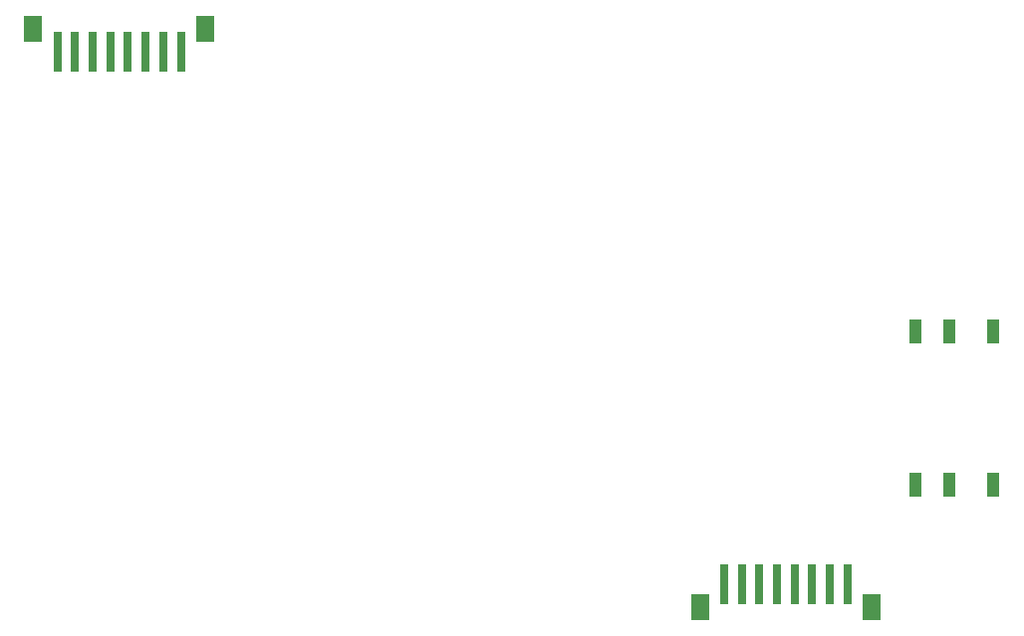
<source format=gtp>
G04*
G04 #@! TF.GenerationSoftware,Altium Limited,Altium Designer,20.0.13 (296)*
G04*
G04 Layer_Color=8421504*
%FSLAX25Y25*%
%MOIN*%
G70*
G01*
G75*
%ADD14R,0.02756X0.13780*%
%ADD15R,0.05906X0.09055*%
%ADD16R,0.04331X0.07874*%
D14*
X76382Y197626D02*
D03*
X70477D02*
D03*
X64571D02*
D03*
X82287D02*
D03*
X88193D02*
D03*
X94098D02*
D03*
X100003D02*
D03*
X105909D02*
D03*
X317190Y19500D02*
D03*
X323095D02*
D03*
X329000D02*
D03*
X311284D02*
D03*
X305379D02*
D03*
X299474D02*
D03*
X293568D02*
D03*
X287663D02*
D03*
D15*
X56500Y205500D02*
D03*
X113980D02*
D03*
X337071Y11626D02*
D03*
X279592D02*
D03*
D16*
X351866Y52768D02*
D03*
X363087D02*
D03*
X377850D02*
D03*
Y103949D02*
D03*
X363087D02*
D03*
X351866D02*
D03*
M02*

</source>
